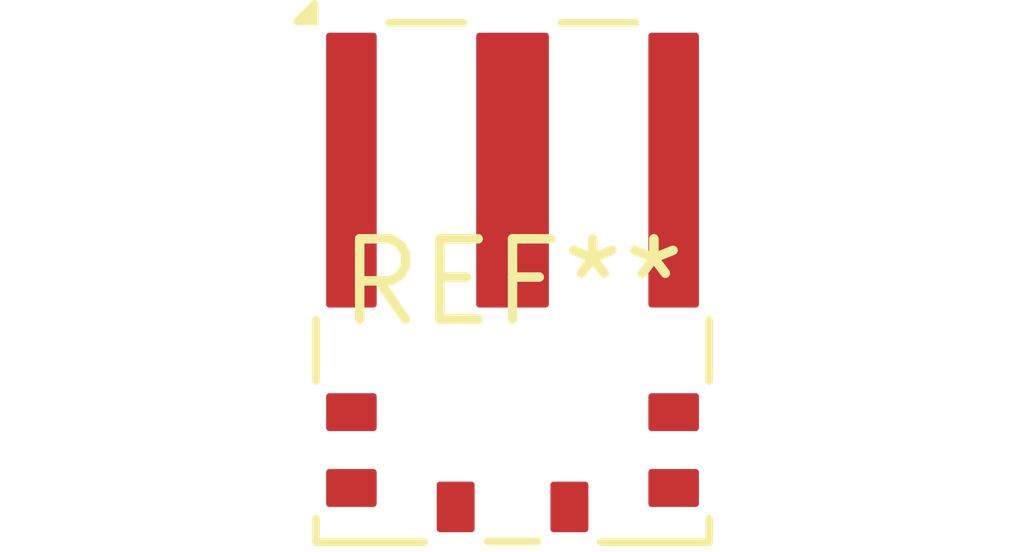
<source format=kicad_pcb>
(kicad_pcb (version 20240108) (generator pcbnew)
  (layers (0 "F.Cu" signal) (31 "B.Cu" signal) (34 "B.Paste" user) (35 "F.Paste" user) (36 "B.SilkS" user "B.Silkscreen") (37 "F.SilkS" user "F.Silkscreen") (38 "B.Mask" user) (39 "F.Mask" user) (44 "Edge.Cuts" user))
  (net 0 "")
  (footprint "Texas_MOF0009A" (layer "F.Cu") (at 0 0)
    (property "Reference" "REF**")
    (property "Value" "Texas_MOF0009A")
    (fp_line (start -3.11 1.56) (end -3.11 0.5925) (layer "F.SilkS") (stroke (width 0.12)))
    (fp_line (start -3.11 3.74) (end -3.11 4.11) (layer "F.SilkS") (stroke (width 0.12)))
    (fp_line (start -3.11 4.11) (end -1.3925 4.11) (layer "F.SilkS") (stroke (width 0.12)))
    (fp_line (start -1.955 -4.11) (end -0.78 -4.11) (layer "F.SilkS") (stroke (width 0.12)))
    (fp_line (start -0.4 4.1) (end 0.4 4.1) (layer "F.SilkS") (stroke (width 0.12)))
    (fp_line (start 0.775 -4.11) (end 1.95 -4.11) (layer "F.SilkS") (stroke (width 0.12)))
    (fp_line (start 3.11 1.56) (end 3.11 0.5925) (layer "F.SilkS") (stroke (width 0.12)))
    (fp_line (start 3.11 3.74) (end 3.11 4.11) (layer "F.SilkS") (stroke (width 0.12)))
    (fp_line (start 3.11 4.11) (end 1.3925 4.11) (layer "F.SilkS") (stroke (width 0.12)))
    (fp_poly (pts (xy -3.13 -4.13) (xy -3.41 -4.13) (xy -3.13 -4.41) (xy -3.13 -4.13)) (layer "F.SilkS") (stroke (width 0.12)) (fill solid))
    (pad "1" smd roundrect (at -2.55 -1.7775) (size 0.8 4.35) (layers "F.Cu" "F.Mask") (roundrect_rratio 0.063))
    (pad "2" smd roundrect (at -2.55 2.0525) (size 0.8 0.6) (layers "F.Cu" "F.Paste" "F.Mask") (roundrect_rratio 0.084))
    (pad "3" smd roundrect (at -2.55 3.2525) (size 0.8 0.6) (layers "F.Cu" "F.Paste" "F.Mask") (roundrect_rratio 0.084))
    (pad "4" smd roundrect (at -0.9 3.5525) (size 0.6 0.8) (layers "F.Cu" "F.Paste" "F.Mask") (roundrect_rratio 0.084))
    (pad "5" smd roundrect (at 0.9 3.5525) (size 0.6 0.8) (layers "F.Cu" "F.Paste" "F.Mask") (roundrect_rratio 0.084))
    (pad "6" smd roundrect (at 2.55 3.2525) (size 0.8 0.6) (layers "F.Cu" "F.Paste" "F.Mask") (roundrect_rratio 0.084))
    (pad "7" smd roundrect (at 2.55 2.0525) (size 0.8 0.6) (layers "F.Cu" "F.Paste" "F.Mask") (roundrect_rratio 0.084))
    (pad "8" smd roundrect (at 2.55 -1.7775) (size 0.8 4.35) (layers "F.Cu" "F.Mask") (roundrect_rratio 0.063))
    (pad "9" smd roundrect (at 0 -1.7775) (size 1.15 4.35) (layers "F.Cu" "F.Mask") (roundrect_rratio 0.044))
  )
)
</source>
